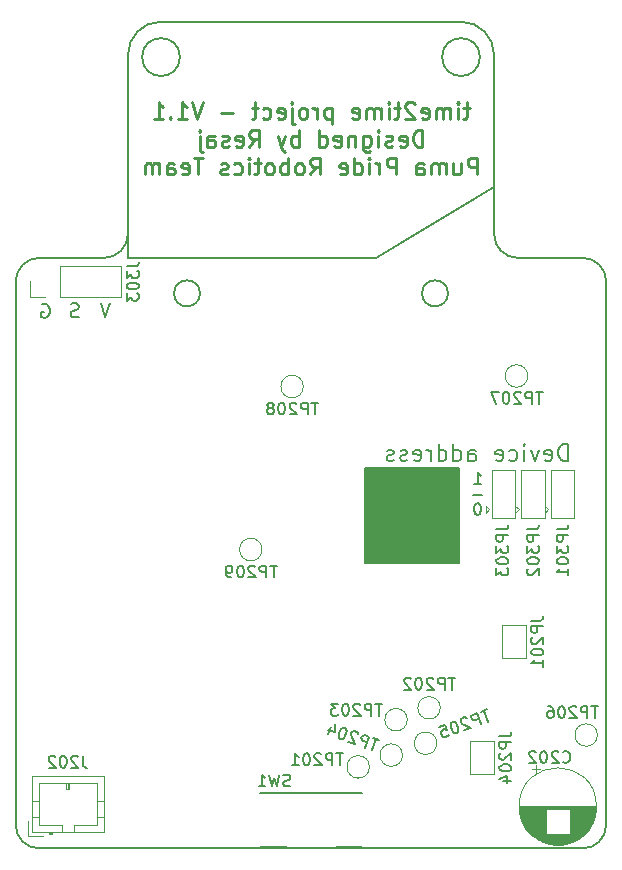
<source format=gbo>
G04 #@! TF.GenerationSoftware,KiCad,Pcbnew,5.1.5+dfsg1-2build2*
G04 #@! TF.CreationDate,2021-02-28T23:15:09+01:00*
G04 #@! TF.ProjectId,time2time,74696d65-3274-4696-9d65-2e6b69636164,V1.0*
G04 #@! TF.SameCoordinates,PX7735940PY3473bc0*
G04 #@! TF.FileFunction,Legend,Bot*
G04 #@! TF.FilePolarity,Positive*
%FSLAX46Y46*%
G04 Gerber Fmt 4.6, Leading zero omitted, Abs format (unit mm)*
G04 Created by KiCad (PCBNEW 5.1.5+dfsg1-2build2) date 2021-02-28 23:15:09*
%MOMM*%
%LPD*%
G04 APERTURE LIST*
%ADD10C,0.150000*%
%ADD11C,0.200000*%
%ADD12C,0.250000*%
%ADD13C,0.120000*%
%ADD14R,1.702000X1.702000*%
%ADD15C,1.702000*%
%ADD16C,1.552000*%
%ADD17O,1.302000X2.002000*%
%ADD18C,0.100000*%
%ADD19O,1.302000X1.852000*%
%ADD20R,1.802000X1.802000*%
%ADD21O,1.802000X1.802000*%
%ADD22R,1.602000X1.102000*%
%ADD23C,1.602000*%
%ADD24R,1.602000X2.602000*%
%ADD25O,1.602000X2.602000*%
%ADD26O,2.302000X3.602000*%
G04 APERTURE END LIST*
D10*
G36*
X37550000Y-45800000D02*
G01*
X29550000Y-45800000D01*
X29550000Y-37800000D01*
X37550000Y-37800000D01*
X37550000Y-45800000D01*
G37*
X37550000Y-45800000D02*
X29550000Y-45800000D01*
X29550000Y-37800000D01*
X37550000Y-37800000D01*
X37550000Y-45800000D01*
D11*
X8000000Y-23842857D02*
X7600000Y-25042857D01*
X7200000Y-23842857D01*
X5342857Y-24985714D02*
X5171428Y-25042857D01*
X4885714Y-25042857D01*
X4771428Y-24985714D01*
X4714285Y-24928571D01*
X4657142Y-24814285D01*
X4657142Y-24700000D01*
X4714285Y-24585714D01*
X4771428Y-24528571D01*
X4885714Y-24471428D01*
X5114285Y-24414285D01*
X5228571Y-24357142D01*
X5285714Y-24300000D01*
X5342857Y-24185714D01*
X5342857Y-24071428D01*
X5285714Y-23957142D01*
X5228571Y-23900000D01*
X5114285Y-23842857D01*
X4828571Y-23842857D01*
X4657142Y-23900000D01*
X2185714Y-23950000D02*
X2300000Y-23892857D01*
X2471428Y-23892857D01*
X2642857Y-23950000D01*
X2757142Y-24064285D01*
X2814285Y-24178571D01*
X2871428Y-24407142D01*
X2871428Y-24578571D01*
X2814285Y-24807142D01*
X2757142Y-24921428D01*
X2642857Y-25035714D01*
X2471428Y-25092857D01*
X2357142Y-25092857D01*
X2185714Y-25035714D01*
X2128571Y-24978571D01*
X2128571Y-24578571D01*
X2357142Y-24578571D01*
D12*
X38433333Y-7300000D02*
X37900000Y-7300000D01*
X38233333Y-6833333D02*
X38233333Y-8033333D01*
X38166666Y-8166666D01*
X38033333Y-8233333D01*
X37900000Y-8233333D01*
X37433333Y-8233333D02*
X37433333Y-7300000D01*
X37433333Y-6833333D02*
X37500000Y-6900000D01*
X37433333Y-6966666D01*
X37366666Y-6900000D01*
X37433333Y-6833333D01*
X37433333Y-6966666D01*
X36766666Y-8233333D02*
X36766666Y-7300000D01*
X36766666Y-7433333D02*
X36700000Y-7366666D01*
X36566666Y-7300000D01*
X36366666Y-7300000D01*
X36233333Y-7366666D01*
X36166666Y-7500000D01*
X36166666Y-8233333D01*
X36166666Y-7500000D02*
X36100000Y-7366666D01*
X35966666Y-7300000D01*
X35766666Y-7300000D01*
X35633333Y-7366666D01*
X35566666Y-7500000D01*
X35566666Y-8233333D01*
X34366666Y-8166666D02*
X34500000Y-8233333D01*
X34766666Y-8233333D01*
X34900000Y-8166666D01*
X34966666Y-8033333D01*
X34966666Y-7500000D01*
X34900000Y-7366666D01*
X34766666Y-7300000D01*
X34500000Y-7300000D01*
X34366666Y-7366666D01*
X34300000Y-7500000D01*
X34300000Y-7633333D01*
X34966666Y-7766666D01*
X33766666Y-6966666D02*
X33700000Y-6900000D01*
X33566666Y-6833333D01*
X33233333Y-6833333D01*
X33100000Y-6900000D01*
X33033333Y-6966666D01*
X32966666Y-7100000D01*
X32966666Y-7233333D01*
X33033333Y-7433333D01*
X33833333Y-8233333D01*
X32966666Y-8233333D01*
X32566666Y-7300000D02*
X32033333Y-7300000D01*
X32366666Y-6833333D02*
X32366666Y-8033333D01*
X32300000Y-8166666D01*
X32166666Y-8233333D01*
X32033333Y-8233333D01*
X31566666Y-8233333D02*
X31566666Y-7300000D01*
X31566666Y-6833333D02*
X31633333Y-6900000D01*
X31566666Y-6966666D01*
X31500000Y-6900000D01*
X31566666Y-6833333D01*
X31566666Y-6966666D01*
X30900000Y-8233333D02*
X30900000Y-7300000D01*
X30900000Y-7433333D02*
X30833333Y-7366666D01*
X30700000Y-7300000D01*
X30500000Y-7300000D01*
X30366666Y-7366666D01*
X30300000Y-7500000D01*
X30300000Y-8233333D01*
X30300000Y-7500000D02*
X30233333Y-7366666D01*
X30100000Y-7300000D01*
X29900000Y-7300000D01*
X29766666Y-7366666D01*
X29700000Y-7500000D01*
X29700000Y-8233333D01*
X28500000Y-8166666D02*
X28633333Y-8233333D01*
X28900000Y-8233333D01*
X29033333Y-8166666D01*
X29100000Y-8033333D01*
X29100000Y-7500000D01*
X29033333Y-7366666D01*
X28900000Y-7300000D01*
X28633333Y-7300000D01*
X28500000Y-7366666D01*
X28433333Y-7500000D01*
X28433333Y-7633333D01*
X29100000Y-7766666D01*
X26766666Y-7300000D02*
X26766666Y-8700000D01*
X26766666Y-7366666D02*
X26633333Y-7300000D01*
X26366666Y-7300000D01*
X26233333Y-7366666D01*
X26166666Y-7433333D01*
X26100000Y-7566666D01*
X26100000Y-7966666D01*
X26166666Y-8100000D01*
X26233333Y-8166666D01*
X26366666Y-8233333D01*
X26633333Y-8233333D01*
X26766666Y-8166666D01*
X25500000Y-8233333D02*
X25500000Y-7300000D01*
X25500000Y-7566666D02*
X25433333Y-7433333D01*
X25366666Y-7366666D01*
X25233333Y-7300000D01*
X25100000Y-7300000D01*
X24433333Y-8233333D02*
X24566666Y-8166666D01*
X24633333Y-8100000D01*
X24700000Y-7966666D01*
X24700000Y-7566666D01*
X24633333Y-7433333D01*
X24566666Y-7366666D01*
X24433333Y-7300000D01*
X24233333Y-7300000D01*
X24100000Y-7366666D01*
X24033333Y-7433333D01*
X23966666Y-7566666D01*
X23966666Y-7966666D01*
X24033333Y-8100000D01*
X24100000Y-8166666D01*
X24233333Y-8233333D01*
X24433333Y-8233333D01*
X23366666Y-7300000D02*
X23366666Y-8500000D01*
X23433333Y-8633333D01*
X23566666Y-8700000D01*
X23633333Y-8700000D01*
X23366666Y-6833333D02*
X23433333Y-6900000D01*
X23366666Y-6966666D01*
X23300000Y-6900000D01*
X23366666Y-6833333D01*
X23366666Y-6966666D01*
X22166666Y-8166666D02*
X22300000Y-8233333D01*
X22566666Y-8233333D01*
X22700000Y-8166666D01*
X22766666Y-8033333D01*
X22766666Y-7500000D01*
X22700000Y-7366666D01*
X22566666Y-7300000D01*
X22300000Y-7300000D01*
X22166666Y-7366666D01*
X22100000Y-7500000D01*
X22100000Y-7633333D01*
X22766666Y-7766666D01*
X20900000Y-8166666D02*
X21033333Y-8233333D01*
X21300000Y-8233333D01*
X21433333Y-8166666D01*
X21500000Y-8100000D01*
X21566666Y-7966666D01*
X21566666Y-7566666D01*
X21500000Y-7433333D01*
X21433333Y-7366666D01*
X21300000Y-7300000D01*
X21033333Y-7300000D01*
X20900000Y-7366666D01*
X20500000Y-7300000D02*
X19966666Y-7300000D01*
X20300000Y-6833333D02*
X20300000Y-8033333D01*
X20233333Y-8166666D01*
X20100000Y-8233333D01*
X19966666Y-8233333D01*
X18433333Y-7700000D02*
X17366666Y-7700000D01*
X15833333Y-6833333D02*
X15366666Y-8233333D01*
X14900000Y-6833333D01*
X13700000Y-8233333D02*
X14500000Y-8233333D01*
X14100000Y-8233333D02*
X14100000Y-6833333D01*
X14233333Y-7033333D01*
X14366666Y-7166666D01*
X14500000Y-7233333D01*
X13100000Y-8100000D02*
X13033333Y-8166666D01*
X13100000Y-8233333D01*
X13166666Y-8166666D01*
X13100000Y-8100000D01*
X13100000Y-8233333D01*
X11700000Y-8233333D02*
X12500000Y-8233333D01*
X12100000Y-8233333D02*
X12100000Y-6833333D01*
X12233333Y-7033333D01*
X12366666Y-7166666D01*
X12500000Y-7233333D01*
X34433333Y-10583333D02*
X34433333Y-9183333D01*
X34100000Y-9183333D01*
X33900000Y-9250000D01*
X33766666Y-9383333D01*
X33700000Y-9516666D01*
X33633333Y-9783333D01*
X33633333Y-9983333D01*
X33700000Y-10250000D01*
X33766666Y-10383333D01*
X33900000Y-10516666D01*
X34100000Y-10583333D01*
X34433333Y-10583333D01*
X32500000Y-10516666D02*
X32633333Y-10583333D01*
X32900000Y-10583333D01*
X33033333Y-10516666D01*
X33100000Y-10383333D01*
X33100000Y-9850000D01*
X33033333Y-9716666D01*
X32900000Y-9650000D01*
X32633333Y-9650000D01*
X32500000Y-9716666D01*
X32433333Y-9850000D01*
X32433333Y-9983333D01*
X33100000Y-10116666D01*
X31900000Y-10516666D02*
X31766666Y-10583333D01*
X31500000Y-10583333D01*
X31366666Y-10516666D01*
X31300000Y-10383333D01*
X31300000Y-10316666D01*
X31366666Y-10183333D01*
X31500000Y-10116666D01*
X31700000Y-10116666D01*
X31833333Y-10050000D01*
X31900000Y-9916666D01*
X31900000Y-9850000D01*
X31833333Y-9716666D01*
X31700000Y-9650000D01*
X31500000Y-9650000D01*
X31366666Y-9716666D01*
X30700000Y-10583333D02*
X30700000Y-9650000D01*
X30700000Y-9183333D02*
X30766666Y-9250000D01*
X30700000Y-9316666D01*
X30633333Y-9250000D01*
X30700000Y-9183333D01*
X30700000Y-9316666D01*
X29433333Y-9650000D02*
X29433333Y-10783333D01*
X29500000Y-10916666D01*
X29566666Y-10983333D01*
X29700000Y-11050000D01*
X29900000Y-11050000D01*
X30033333Y-10983333D01*
X29433333Y-10516666D02*
X29566666Y-10583333D01*
X29833333Y-10583333D01*
X29966666Y-10516666D01*
X30033333Y-10450000D01*
X30100000Y-10316666D01*
X30100000Y-9916666D01*
X30033333Y-9783333D01*
X29966666Y-9716666D01*
X29833333Y-9650000D01*
X29566666Y-9650000D01*
X29433333Y-9716666D01*
X28766666Y-9650000D02*
X28766666Y-10583333D01*
X28766666Y-9783333D02*
X28700000Y-9716666D01*
X28566666Y-9650000D01*
X28366666Y-9650000D01*
X28233333Y-9716666D01*
X28166666Y-9850000D01*
X28166666Y-10583333D01*
X26966666Y-10516666D02*
X27100000Y-10583333D01*
X27366666Y-10583333D01*
X27500000Y-10516666D01*
X27566666Y-10383333D01*
X27566666Y-9850000D01*
X27500000Y-9716666D01*
X27366666Y-9650000D01*
X27100000Y-9650000D01*
X26966666Y-9716666D01*
X26900000Y-9850000D01*
X26900000Y-9983333D01*
X27566666Y-10116666D01*
X25700000Y-10583333D02*
X25700000Y-9183333D01*
X25700000Y-10516666D02*
X25833333Y-10583333D01*
X26100000Y-10583333D01*
X26233333Y-10516666D01*
X26300000Y-10450000D01*
X26366666Y-10316666D01*
X26366666Y-9916666D01*
X26300000Y-9783333D01*
X26233333Y-9716666D01*
X26100000Y-9650000D01*
X25833333Y-9650000D01*
X25700000Y-9716666D01*
X23966666Y-10583333D02*
X23966666Y-9183333D01*
X23966666Y-9716666D02*
X23833333Y-9650000D01*
X23566666Y-9650000D01*
X23433333Y-9716666D01*
X23366666Y-9783333D01*
X23300000Y-9916666D01*
X23300000Y-10316666D01*
X23366666Y-10450000D01*
X23433333Y-10516666D01*
X23566666Y-10583333D01*
X23833333Y-10583333D01*
X23966666Y-10516666D01*
X22833333Y-9650000D02*
X22500000Y-10583333D01*
X22166666Y-9650000D02*
X22500000Y-10583333D01*
X22633333Y-10916666D01*
X22700000Y-10983333D01*
X22833333Y-11050000D01*
X19766666Y-10583333D02*
X20233333Y-9916666D01*
X20566666Y-10583333D02*
X20566666Y-9183333D01*
X20033333Y-9183333D01*
X19900000Y-9250000D01*
X19833333Y-9316666D01*
X19766666Y-9450000D01*
X19766666Y-9650000D01*
X19833333Y-9783333D01*
X19900000Y-9850000D01*
X20033333Y-9916666D01*
X20566666Y-9916666D01*
X18633333Y-10516666D02*
X18766666Y-10583333D01*
X19033333Y-10583333D01*
X19166666Y-10516666D01*
X19233333Y-10383333D01*
X19233333Y-9850000D01*
X19166666Y-9716666D01*
X19033333Y-9650000D01*
X18766666Y-9650000D01*
X18633333Y-9716666D01*
X18566666Y-9850000D01*
X18566666Y-9983333D01*
X19233333Y-10116666D01*
X18033333Y-10516666D02*
X17900000Y-10583333D01*
X17633333Y-10583333D01*
X17500000Y-10516666D01*
X17433333Y-10383333D01*
X17433333Y-10316666D01*
X17500000Y-10183333D01*
X17633333Y-10116666D01*
X17833333Y-10116666D01*
X17966666Y-10050000D01*
X18033333Y-9916666D01*
X18033333Y-9850000D01*
X17966666Y-9716666D01*
X17833333Y-9650000D01*
X17633333Y-9650000D01*
X17500000Y-9716666D01*
X16233333Y-10583333D02*
X16233333Y-9850000D01*
X16300000Y-9716666D01*
X16433333Y-9650000D01*
X16700000Y-9650000D01*
X16833333Y-9716666D01*
X16233333Y-10516666D02*
X16366666Y-10583333D01*
X16700000Y-10583333D01*
X16833333Y-10516666D01*
X16900000Y-10383333D01*
X16900000Y-10250000D01*
X16833333Y-10116666D01*
X16700000Y-10050000D01*
X16366666Y-10050000D01*
X16233333Y-9983333D01*
X15566666Y-9650000D02*
X15566666Y-10850000D01*
X15633333Y-10983333D01*
X15766666Y-11050000D01*
X15833333Y-11050000D01*
X15566666Y-9183333D02*
X15633333Y-9250000D01*
X15566666Y-9316666D01*
X15500000Y-9250000D01*
X15566666Y-9183333D01*
X15566666Y-9316666D01*
X39066666Y-12933333D02*
X39066666Y-11533333D01*
X38533333Y-11533333D01*
X38400000Y-11600000D01*
X38333333Y-11666666D01*
X38266666Y-11800000D01*
X38266666Y-12000000D01*
X38333333Y-12133333D01*
X38400000Y-12200000D01*
X38533333Y-12266666D01*
X39066666Y-12266666D01*
X37066666Y-12000000D02*
X37066666Y-12933333D01*
X37666666Y-12000000D02*
X37666666Y-12733333D01*
X37600000Y-12866666D01*
X37466666Y-12933333D01*
X37266666Y-12933333D01*
X37133333Y-12866666D01*
X37066666Y-12800000D01*
X36400000Y-12933333D02*
X36400000Y-12000000D01*
X36400000Y-12133333D02*
X36333333Y-12066666D01*
X36200000Y-12000000D01*
X36000000Y-12000000D01*
X35866666Y-12066666D01*
X35800000Y-12200000D01*
X35800000Y-12933333D01*
X35800000Y-12200000D02*
X35733333Y-12066666D01*
X35600000Y-12000000D01*
X35400000Y-12000000D01*
X35266666Y-12066666D01*
X35200000Y-12200000D01*
X35200000Y-12933333D01*
X33933333Y-12933333D02*
X33933333Y-12200000D01*
X34000000Y-12066666D01*
X34133333Y-12000000D01*
X34400000Y-12000000D01*
X34533333Y-12066666D01*
X33933333Y-12866666D02*
X34066666Y-12933333D01*
X34400000Y-12933333D01*
X34533333Y-12866666D01*
X34600000Y-12733333D01*
X34600000Y-12600000D01*
X34533333Y-12466666D01*
X34400000Y-12400000D01*
X34066666Y-12400000D01*
X33933333Y-12333333D01*
X32200000Y-12933333D02*
X32200000Y-11533333D01*
X31666666Y-11533333D01*
X31533333Y-11600000D01*
X31466666Y-11666666D01*
X31400000Y-11800000D01*
X31400000Y-12000000D01*
X31466666Y-12133333D01*
X31533333Y-12200000D01*
X31666666Y-12266666D01*
X32200000Y-12266666D01*
X30800000Y-12933333D02*
X30800000Y-12000000D01*
X30800000Y-12266666D02*
X30733333Y-12133333D01*
X30666666Y-12066666D01*
X30533333Y-12000000D01*
X30400000Y-12000000D01*
X29933333Y-12933333D02*
X29933333Y-12000000D01*
X29933333Y-11533333D02*
X30000000Y-11600000D01*
X29933333Y-11666666D01*
X29866666Y-11600000D01*
X29933333Y-11533333D01*
X29933333Y-11666666D01*
X28666666Y-12933333D02*
X28666666Y-11533333D01*
X28666666Y-12866666D02*
X28800000Y-12933333D01*
X29066666Y-12933333D01*
X29200000Y-12866666D01*
X29266666Y-12800000D01*
X29333333Y-12666666D01*
X29333333Y-12266666D01*
X29266666Y-12133333D01*
X29200000Y-12066666D01*
X29066666Y-12000000D01*
X28800000Y-12000000D01*
X28666666Y-12066666D01*
X27466666Y-12866666D02*
X27600000Y-12933333D01*
X27866666Y-12933333D01*
X28000000Y-12866666D01*
X28066666Y-12733333D01*
X28066666Y-12200000D01*
X28000000Y-12066666D01*
X27866666Y-12000000D01*
X27600000Y-12000000D01*
X27466666Y-12066666D01*
X27400000Y-12200000D01*
X27400000Y-12333333D01*
X28066666Y-12466666D01*
X24933333Y-12933333D02*
X25400000Y-12266666D01*
X25733333Y-12933333D02*
X25733333Y-11533333D01*
X25200000Y-11533333D01*
X25066666Y-11600000D01*
X25000000Y-11666666D01*
X24933333Y-11800000D01*
X24933333Y-12000000D01*
X25000000Y-12133333D01*
X25066666Y-12200000D01*
X25200000Y-12266666D01*
X25733333Y-12266666D01*
X24133333Y-12933333D02*
X24266666Y-12866666D01*
X24333333Y-12800000D01*
X24400000Y-12666666D01*
X24400000Y-12266666D01*
X24333333Y-12133333D01*
X24266666Y-12066666D01*
X24133333Y-12000000D01*
X23933333Y-12000000D01*
X23800000Y-12066666D01*
X23733333Y-12133333D01*
X23666666Y-12266666D01*
X23666666Y-12666666D01*
X23733333Y-12800000D01*
X23800000Y-12866666D01*
X23933333Y-12933333D01*
X24133333Y-12933333D01*
X23066666Y-12933333D02*
X23066666Y-11533333D01*
X23066666Y-12066666D02*
X22933333Y-12000000D01*
X22666666Y-12000000D01*
X22533333Y-12066666D01*
X22466666Y-12133333D01*
X22400000Y-12266666D01*
X22400000Y-12666666D01*
X22466666Y-12800000D01*
X22533333Y-12866666D01*
X22666666Y-12933333D01*
X22933333Y-12933333D01*
X23066666Y-12866666D01*
X21600000Y-12933333D02*
X21733333Y-12866666D01*
X21800000Y-12800000D01*
X21866666Y-12666666D01*
X21866666Y-12266666D01*
X21800000Y-12133333D01*
X21733333Y-12066666D01*
X21600000Y-12000000D01*
X21400000Y-12000000D01*
X21266666Y-12066666D01*
X21200000Y-12133333D01*
X21133333Y-12266666D01*
X21133333Y-12666666D01*
X21200000Y-12800000D01*
X21266666Y-12866666D01*
X21400000Y-12933333D01*
X21600000Y-12933333D01*
X20733333Y-12000000D02*
X20200000Y-12000000D01*
X20533333Y-11533333D02*
X20533333Y-12733333D01*
X20466666Y-12866666D01*
X20333333Y-12933333D01*
X20200000Y-12933333D01*
X19733333Y-12933333D02*
X19733333Y-12000000D01*
X19733333Y-11533333D02*
X19800000Y-11600000D01*
X19733333Y-11666666D01*
X19666666Y-11600000D01*
X19733333Y-11533333D01*
X19733333Y-11666666D01*
X18466666Y-12866666D02*
X18600000Y-12933333D01*
X18866666Y-12933333D01*
X19000000Y-12866666D01*
X19066666Y-12800000D01*
X19133333Y-12666666D01*
X19133333Y-12266666D01*
X19066666Y-12133333D01*
X19000000Y-12066666D01*
X18866666Y-12000000D01*
X18600000Y-12000000D01*
X18466666Y-12066666D01*
X17933333Y-12866666D02*
X17800000Y-12933333D01*
X17533333Y-12933333D01*
X17400000Y-12866666D01*
X17333333Y-12733333D01*
X17333333Y-12666666D01*
X17400000Y-12533333D01*
X17533333Y-12466666D01*
X17733333Y-12466666D01*
X17866666Y-12400000D01*
X17933333Y-12266666D01*
X17933333Y-12200000D01*
X17866666Y-12066666D01*
X17733333Y-12000000D01*
X17533333Y-12000000D01*
X17400000Y-12066666D01*
X15866666Y-11533333D02*
X15066666Y-11533333D01*
X15466666Y-12933333D02*
X15466666Y-11533333D01*
X14066666Y-12866666D02*
X14200000Y-12933333D01*
X14466666Y-12933333D01*
X14600000Y-12866666D01*
X14666666Y-12733333D01*
X14666666Y-12200000D01*
X14600000Y-12066666D01*
X14466666Y-12000000D01*
X14200000Y-12000000D01*
X14066666Y-12066666D01*
X14000000Y-12200000D01*
X14000000Y-12333333D01*
X14666666Y-12466666D01*
X12800000Y-12933333D02*
X12800000Y-12200000D01*
X12866666Y-12066666D01*
X13000000Y-12000000D01*
X13266666Y-12000000D01*
X13400000Y-12066666D01*
X12800000Y-12866666D02*
X12933333Y-12933333D01*
X13266666Y-12933333D01*
X13400000Y-12866666D01*
X13466666Y-12733333D01*
X13466666Y-12600000D01*
X13400000Y-12466666D01*
X13266666Y-12400000D01*
X12933333Y-12400000D01*
X12800000Y-12333333D01*
X12133333Y-12933333D02*
X12133333Y-12000000D01*
X12133333Y-12133333D02*
X12066666Y-12066666D01*
X11933333Y-12000000D01*
X11733333Y-12000000D01*
X11600000Y-12066666D01*
X11533333Y-12200000D01*
X11533333Y-12933333D01*
X11533333Y-12200000D02*
X11466666Y-12066666D01*
X11333333Y-12000000D01*
X11133333Y-12000000D01*
X11000000Y-12066666D01*
X10933333Y-12200000D01*
X10933333Y-12933333D01*
D11*
X39147619Y-40752380D02*
X39052380Y-40752380D01*
X38957142Y-40800000D01*
X38909523Y-40847619D01*
X38861904Y-40942857D01*
X38814285Y-41133333D01*
X38814285Y-41371428D01*
X38861904Y-41561904D01*
X38909523Y-41657142D01*
X38957142Y-41704761D01*
X39052380Y-41752380D01*
X39147619Y-41752380D01*
X39242857Y-41704761D01*
X39290476Y-41657142D01*
X39338095Y-41561904D01*
X39385714Y-41371428D01*
X39385714Y-41133333D01*
X39338095Y-40942857D01*
X39290476Y-40847619D01*
X39242857Y-40800000D01*
X39147619Y-40752380D01*
X39480952Y-40071428D02*
X38719047Y-40071428D01*
X38814285Y-39152380D02*
X39385714Y-39152380D01*
X39100000Y-39152380D02*
X39100000Y-38152380D01*
X39195238Y-38295238D01*
X39290476Y-38390476D01*
X39385714Y-38438095D01*
X46733333Y-37183333D02*
X46733333Y-35783333D01*
X46400000Y-35783333D01*
X46200000Y-35850000D01*
X46066666Y-35983333D01*
X46000000Y-36116666D01*
X45933333Y-36383333D01*
X45933333Y-36583333D01*
X46000000Y-36850000D01*
X46066666Y-36983333D01*
X46200000Y-37116666D01*
X46400000Y-37183333D01*
X46733333Y-37183333D01*
X44800000Y-37116666D02*
X44933333Y-37183333D01*
X45200000Y-37183333D01*
X45333333Y-37116666D01*
X45400000Y-36983333D01*
X45400000Y-36450000D01*
X45333333Y-36316666D01*
X45200000Y-36250000D01*
X44933333Y-36250000D01*
X44800000Y-36316666D01*
X44733333Y-36450000D01*
X44733333Y-36583333D01*
X45400000Y-36716666D01*
X44266666Y-36250000D02*
X43933333Y-37183333D01*
X43600000Y-36250000D01*
X43066666Y-37183333D02*
X43066666Y-36250000D01*
X43066666Y-35783333D02*
X43133333Y-35850000D01*
X43066666Y-35916666D01*
X43000000Y-35850000D01*
X43066666Y-35783333D01*
X43066666Y-35916666D01*
X41800000Y-37116666D02*
X41933333Y-37183333D01*
X42200000Y-37183333D01*
X42333333Y-37116666D01*
X42400000Y-37050000D01*
X42466666Y-36916666D01*
X42466666Y-36516666D01*
X42400000Y-36383333D01*
X42333333Y-36316666D01*
X42200000Y-36250000D01*
X41933333Y-36250000D01*
X41800000Y-36316666D01*
X40666666Y-37116666D02*
X40800000Y-37183333D01*
X41066666Y-37183333D01*
X41200000Y-37116666D01*
X41266666Y-36983333D01*
X41266666Y-36450000D01*
X41200000Y-36316666D01*
X41066666Y-36250000D01*
X40800000Y-36250000D01*
X40666666Y-36316666D01*
X40600000Y-36450000D01*
X40600000Y-36583333D01*
X41266666Y-36716666D01*
X38333333Y-37183333D02*
X38333333Y-36450000D01*
X38400000Y-36316666D01*
X38533333Y-36250000D01*
X38800000Y-36250000D01*
X38933333Y-36316666D01*
X38333333Y-37116666D02*
X38466666Y-37183333D01*
X38800000Y-37183333D01*
X38933333Y-37116666D01*
X39000000Y-36983333D01*
X39000000Y-36850000D01*
X38933333Y-36716666D01*
X38800000Y-36650000D01*
X38466666Y-36650000D01*
X38333333Y-36583333D01*
X37066666Y-37183333D02*
X37066666Y-35783333D01*
X37066666Y-37116666D02*
X37200000Y-37183333D01*
X37466666Y-37183333D01*
X37600000Y-37116666D01*
X37666666Y-37050000D01*
X37733333Y-36916666D01*
X37733333Y-36516666D01*
X37666666Y-36383333D01*
X37600000Y-36316666D01*
X37466666Y-36250000D01*
X37200000Y-36250000D01*
X37066666Y-36316666D01*
X35800000Y-37183333D02*
X35800000Y-35783333D01*
X35800000Y-37116666D02*
X35933333Y-37183333D01*
X36200000Y-37183333D01*
X36333333Y-37116666D01*
X36400000Y-37050000D01*
X36466666Y-36916666D01*
X36466666Y-36516666D01*
X36400000Y-36383333D01*
X36333333Y-36316666D01*
X36200000Y-36250000D01*
X35933333Y-36250000D01*
X35800000Y-36316666D01*
X35133333Y-37183333D02*
X35133333Y-36250000D01*
X35133333Y-36516666D02*
X35066666Y-36383333D01*
X35000000Y-36316666D01*
X34866666Y-36250000D01*
X34733333Y-36250000D01*
X33733333Y-37116666D02*
X33866666Y-37183333D01*
X34133333Y-37183333D01*
X34266666Y-37116666D01*
X34333333Y-36983333D01*
X34333333Y-36450000D01*
X34266666Y-36316666D01*
X34133333Y-36250000D01*
X33866666Y-36250000D01*
X33733333Y-36316666D01*
X33666666Y-36450000D01*
X33666666Y-36583333D01*
X34333333Y-36716666D01*
X33133333Y-37116666D02*
X33000000Y-37183333D01*
X32733333Y-37183333D01*
X32600000Y-37116666D01*
X32533333Y-36983333D01*
X32533333Y-36916666D01*
X32600000Y-36783333D01*
X32733333Y-36716666D01*
X32933333Y-36716666D01*
X33066666Y-36650000D01*
X33133333Y-36516666D01*
X33133333Y-36450000D01*
X33066666Y-36316666D01*
X32933333Y-36250000D01*
X32733333Y-36250000D01*
X32600000Y-36316666D01*
X32000000Y-37116666D02*
X31866666Y-37183333D01*
X31600000Y-37183333D01*
X31466666Y-37116666D01*
X31400000Y-36983333D01*
X31400000Y-36916666D01*
X31466666Y-36783333D01*
X31600000Y-36716666D01*
X31800000Y-36716666D01*
X31933333Y-36650000D01*
X32000000Y-36516666D01*
X32000000Y-36450000D01*
X31933333Y-36316666D01*
X31800000Y-36250000D01*
X31600000Y-36250000D01*
X31466666Y-36316666D01*
D10*
X50000000Y-68000000D02*
G75*
G02X48000000Y-70000000I-2000000J0D01*
G01*
X2000000Y-70000000D02*
G75*
G02X0Y-68000000I0J2000000D01*
G01*
X9500000Y-20000000D02*
X9500000Y-18000000D01*
X0Y-22000000D02*
G75*
G02X2000000Y-20000000I2000000J0D01*
G01*
X9500000Y-18000000D02*
G75*
G02X7500000Y-20000000I-2000000J0D01*
G01*
X42500000Y-20000000D02*
G75*
G02X40500000Y-18000000I0J2000000D01*
G01*
X48000000Y-20000000D02*
G75*
G02X50000000Y-22000000I0J-2000000D01*
G01*
X37700000Y0D02*
G75*
G02X40500000Y-2800000I0J-2800000D01*
G01*
X9500000Y-2800000D02*
G75*
G02X12300000Y0I2800000J0D01*
G01*
X42500000Y-20000000D02*
X48000000Y-20000000D01*
X9500000Y-2800000D02*
X9500000Y-18000000D01*
X37700000Y0D02*
X12300000Y0D01*
X40500000Y-18000000D02*
X40500000Y-2800000D01*
X40500000Y-14000000D02*
X30500000Y-20000000D01*
X30500000Y-20000000D02*
X9500000Y-20000000D01*
X36600000Y-23000000D02*
G75*
G03X36600000Y-23000000I-1100000J0D01*
G01*
X15600000Y-23000000D02*
G75*
G03X15600000Y-23000000I-1100000J0D01*
G01*
X39300000Y-3000000D02*
G75*
G03X39300000Y-3000000I-1600000J0D01*
G01*
X13900000Y-3000000D02*
G75*
G03X13900000Y-3000000I-1600000J0D01*
G01*
X0Y-22000000D02*
X0Y-68000000D01*
X7500000Y-20000000D02*
X2000000Y-20000000D01*
X50000000Y-68000000D02*
X50000000Y-22000000D01*
X2000000Y-70000000D02*
X48000000Y-70000000D01*
D13*
X49170000Y-66450000D02*
G75*
G03X49170000Y-66450000I-3270000J0D01*
G01*
X42670000Y-66450000D02*
X49130000Y-66450000D01*
X42670000Y-66490000D02*
X49130000Y-66490000D01*
X42670000Y-66530000D02*
X49130000Y-66530000D01*
X42672000Y-66570000D02*
X49128000Y-66570000D01*
X42673000Y-66610000D02*
X49127000Y-66610000D01*
X42676000Y-66650000D02*
X49124000Y-66650000D01*
X42678000Y-66690000D02*
X44860000Y-66690000D01*
X46940000Y-66690000D02*
X49122000Y-66690000D01*
X42682000Y-66730000D02*
X44860000Y-66730000D01*
X46940000Y-66730000D02*
X49118000Y-66730000D01*
X42685000Y-66770000D02*
X44860000Y-66770000D01*
X46940000Y-66770000D02*
X49115000Y-66770000D01*
X42689000Y-66810000D02*
X44860000Y-66810000D01*
X46940000Y-66810000D02*
X49111000Y-66810000D01*
X42694000Y-66850000D02*
X44860000Y-66850000D01*
X46940000Y-66850000D02*
X49106000Y-66850000D01*
X42699000Y-66890000D02*
X44860000Y-66890000D01*
X46940000Y-66890000D02*
X49101000Y-66890000D01*
X42705000Y-66930000D02*
X44860000Y-66930000D01*
X46940000Y-66930000D02*
X49095000Y-66930000D01*
X42711000Y-66970000D02*
X44860000Y-66970000D01*
X46940000Y-66970000D02*
X49089000Y-66970000D01*
X42718000Y-67010000D02*
X44860000Y-67010000D01*
X46940000Y-67010000D02*
X49082000Y-67010000D01*
X42725000Y-67050000D02*
X44860000Y-67050000D01*
X46940000Y-67050000D02*
X49075000Y-67050000D01*
X42733000Y-67090000D02*
X44860000Y-67090000D01*
X46940000Y-67090000D02*
X49067000Y-67090000D01*
X42741000Y-67130000D02*
X44860000Y-67130000D01*
X46940000Y-67130000D02*
X49059000Y-67130000D01*
X42750000Y-67171000D02*
X44860000Y-67171000D01*
X46940000Y-67171000D02*
X49050000Y-67171000D01*
X42759000Y-67211000D02*
X44860000Y-67211000D01*
X46940000Y-67211000D02*
X49041000Y-67211000D01*
X42769000Y-67251000D02*
X44860000Y-67251000D01*
X46940000Y-67251000D02*
X49031000Y-67251000D01*
X42779000Y-67291000D02*
X44860000Y-67291000D01*
X46940000Y-67291000D02*
X49021000Y-67291000D01*
X42790000Y-67331000D02*
X44860000Y-67331000D01*
X46940000Y-67331000D02*
X49010000Y-67331000D01*
X42802000Y-67371000D02*
X44860000Y-67371000D01*
X46940000Y-67371000D02*
X48998000Y-67371000D01*
X42814000Y-67411000D02*
X44860000Y-67411000D01*
X46940000Y-67411000D02*
X48986000Y-67411000D01*
X42826000Y-67451000D02*
X44860000Y-67451000D01*
X46940000Y-67451000D02*
X48974000Y-67451000D01*
X42839000Y-67491000D02*
X44860000Y-67491000D01*
X46940000Y-67491000D02*
X48961000Y-67491000D01*
X42853000Y-67531000D02*
X44860000Y-67531000D01*
X46940000Y-67531000D02*
X48947000Y-67531000D01*
X42867000Y-67571000D02*
X44860000Y-67571000D01*
X46940000Y-67571000D02*
X48933000Y-67571000D01*
X42882000Y-67611000D02*
X44860000Y-67611000D01*
X46940000Y-67611000D02*
X48918000Y-67611000D01*
X42898000Y-67651000D02*
X44860000Y-67651000D01*
X46940000Y-67651000D02*
X48902000Y-67651000D01*
X42914000Y-67691000D02*
X44860000Y-67691000D01*
X46940000Y-67691000D02*
X48886000Y-67691000D01*
X42930000Y-67731000D02*
X44860000Y-67731000D01*
X46940000Y-67731000D02*
X48870000Y-67731000D01*
X42948000Y-67771000D02*
X44860000Y-67771000D01*
X46940000Y-67771000D02*
X48852000Y-67771000D01*
X42966000Y-67811000D02*
X44860000Y-67811000D01*
X46940000Y-67811000D02*
X48834000Y-67811000D01*
X42984000Y-67851000D02*
X44860000Y-67851000D01*
X46940000Y-67851000D02*
X48816000Y-67851000D01*
X43004000Y-67891000D02*
X44860000Y-67891000D01*
X46940000Y-67891000D02*
X48796000Y-67891000D01*
X43024000Y-67931000D02*
X44860000Y-67931000D01*
X46940000Y-67931000D02*
X48776000Y-67931000D01*
X43044000Y-67971000D02*
X44860000Y-67971000D01*
X46940000Y-67971000D02*
X48756000Y-67971000D01*
X43066000Y-68011000D02*
X44860000Y-68011000D01*
X46940000Y-68011000D02*
X48734000Y-68011000D01*
X43088000Y-68051000D02*
X44860000Y-68051000D01*
X46940000Y-68051000D02*
X48712000Y-68051000D01*
X43110000Y-68091000D02*
X44860000Y-68091000D01*
X46940000Y-68091000D02*
X48690000Y-68091000D01*
X43134000Y-68131000D02*
X44860000Y-68131000D01*
X46940000Y-68131000D02*
X48666000Y-68131000D01*
X43158000Y-68171000D02*
X44860000Y-68171000D01*
X46940000Y-68171000D02*
X48642000Y-68171000D01*
X43184000Y-68211000D02*
X44860000Y-68211000D01*
X46940000Y-68211000D02*
X48616000Y-68211000D01*
X43210000Y-68251000D02*
X44860000Y-68251000D01*
X46940000Y-68251000D02*
X48590000Y-68251000D01*
X43236000Y-68291000D02*
X44860000Y-68291000D01*
X46940000Y-68291000D02*
X48564000Y-68291000D01*
X43264000Y-68331000D02*
X44860000Y-68331000D01*
X46940000Y-68331000D02*
X48536000Y-68331000D01*
X43293000Y-68371000D02*
X44860000Y-68371000D01*
X46940000Y-68371000D02*
X48507000Y-68371000D01*
X43322000Y-68411000D02*
X44860000Y-68411000D01*
X46940000Y-68411000D02*
X48478000Y-68411000D01*
X43352000Y-68451000D02*
X44860000Y-68451000D01*
X46940000Y-68451000D02*
X48448000Y-68451000D01*
X43384000Y-68491000D02*
X44860000Y-68491000D01*
X46940000Y-68491000D02*
X48416000Y-68491000D01*
X43416000Y-68531000D02*
X44860000Y-68531000D01*
X46940000Y-68531000D02*
X48384000Y-68531000D01*
X43450000Y-68571000D02*
X44860000Y-68571000D01*
X46940000Y-68571000D02*
X48350000Y-68571000D01*
X43484000Y-68611000D02*
X44860000Y-68611000D01*
X46940000Y-68611000D02*
X48316000Y-68611000D01*
X43520000Y-68651000D02*
X44860000Y-68651000D01*
X46940000Y-68651000D02*
X48280000Y-68651000D01*
X43557000Y-68691000D02*
X44860000Y-68691000D01*
X46940000Y-68691000D02*
X48243000Y-68691000D01*
X43595000Y-68731000D02*
X44860000Y-68731000D01*
X46940000Y-68731000D02*
X48205000Y-68731000D01*
X43635000Y-68771000D02*
X48165000Y-68771000D01*
X43676000Y-68811000D02*
X48124000Y-68811000D01*
X43718000Y-68851000D02*
X48082000Y-68851000D01*
X43763000Y-68891000D02*
X48037000Y-68891000D01*
X43808000Y-68931000D02*
X47992000Y-68931000D01*
X43856000Y-68971000D02*
X47944000Y-68971000D01*
X43905000Y-69011000D02*
X47895000Y-69011000D01*
X43956000Y-69051000D02*
X47844000Y-69051000D01*
X44010000Y-69091000D02*
X47790000Y-69091000D01*
X44066000Y-69131000D02*
X47734000Y-69131000D01*
X44124000Y-69171000D02*
X47676000Y-69171000D01*
X44186000Y-69211000D02*
X47614000Y-69211000D01*
X44250000Y-69251000D02*
X47550000Y-69251000D01*
X44319000Y-69291000D02*
X47481000Y-69291000D01*
X44391000Y-69331000D02*
X47409000Y-69331000D01*
X44468000Y-69371000D02*
X47332000Y-69371000D01*
X44550000Y-69411000D02*
X47250000Y-69411000D01*
X44638000Y-69451000D02*
X47162000Y-69451000D01*
X44735000Y-69491000D02*
X47065000Y-69491000D01*
X44841000Y-69531000D02*
X46959000Y-69531000D01*
X44960000Y-69571000D02*
X46840000Y-69571000D01*
X45098000Y-69611000D02*
X46702000Y-69611000D01*
X45267000Y-69651000D02*
X46533000Y-69651000D01*
X45498000Y-69691000D02*
X46302000Y-69691000D01*
X44061000Y-62949759D02*
X44061000Y-63579759D01*
X43746000Y-63264759D02*
X44376000Y-63264759D01*
X1340000Y-68610000D02*
X1340000Y-63890000D01*
X1340000Y-63890000D02*
X7460000Y-63890000D01*
X7460000Y-63890000D02*
X7460000Y-68610000D01*
X7460000Y-68610000D02*
X1340000Y-68610000D01*
X3100000Y-68610000D02*
X3100000Y-68810000D01*
X3100000Y-68810000D02*
X2800000Y-68810000D01*
X2800000Y-68810000D02*
X2800000Y-68610000D01*
X3100000Y-68710000D02*
X2800000Y-68710000D01*
X3900000Y-68610000D02*
X3900000Y-68000000D01*
X3900000Y-68000000D02*
X1950000Y-68000000D01*
X1950000Y-68000000D02*
X1950000Y-64500000D01*
X1950000Y-64500000D02*
X6850000Y-64500000D01*
X6850000Y-64500000D02*
X6850000Y-68000000D01*
X6850000Y-68000000D02*
X4900000Y-68000000D01*
X4900000Y-68000000D02*
X4900000Y-68610000D01*
X1340000Y-67300000D02*
X1950000Y-67300000D01*
X1340000Y-66000000D02*
X1950000Y-66000000D01*
X7460000Y-67300000D02*
X6850000Y-67300000D01*
X7460000Y-66000000D02*
X6850000Y-66000000D01*
X4300000Y-64500000D02*
X4300000Y-65000000D01*
X4300000Y-65000000D02*
X4500000Y-65000000D01*
X4500000Y-65000000D02*
X4500000Y-64500000D01*
X4400000Y-64500000D02*
X4400000Y-65000000D01*
X2290000Y-68910000D02*
X1040000Y-68910000D01*
X1040000Y-68910000D02*
X1040000Y-67660000D01*
X3770000Y-20670000D02*
X3770000Y-23330000D01*
X3770000Y-20670000D02*
X8910000Y-20670000D01*
X8910000Y-20670000D02*
X8910000Y-23330000D01*
X3770000Y-23330000D02*
X8910000Y-23330000D01*
X1170000Y-23330000D02*
X2500000Y-23330000D01*
X1170000Y-22000000D02*
X1170000Y-23330000D01*
X41200000Y-53900000D02*
X43200000Y-53900000D01*
X41200000Y-51100000D02*
X41200000Y-53900000D01*
X43200000Y-51100000D02*
X41200000Y-51100000D01*
X43200000Y-53900000D02*
X43200000Y-51100000D01*
X47300000Y-42050000D02*
X47300000Y-37950000D01*
X47300000Y-37950000D02*
X45300000Y-37950000D01*
X45300000Y-37950000D02*
X45300000Y-42050000D01*
X45300000Y-42050000D02*
X47300000Y-42050000D01*
X45100000Y-41300000D02*
X44800000Y-41600000D01*
X44800000Y-41600000D02*
X44800000Y-41000000D01*
X45100000Y-41300000D02*
X44800000Y-41000000D01*
X42600000Y-41300000D02*
X42300000Y-41000000D01*
X42300000Y-41600000D02*
X42300000Y-41000000D01*
X42600000Y-41300000D02*
X42300000Y-41600000D01*
X42800000Y-42050000D02*
X44800000Y-42050000D01*
X42800000Y-37950000D02*
X42800000Y-42050000D01*
X44800000Y-37950000D02*
X42800000Y-37950000D01*
X44800000Y-42050000D02*
X44800000Y-37950000D01*
X40100000Y-41300000D02*
X39800000Y-41000000D01*
X39800000Y-41600000D02*
X39800000Y-41000000D01*
X40100000Y-41300000D02*
X39800000Y-41600000D01*
X40300000Y-42050000D02*
X42300000Y-42050000D01*
X40300000Y-37950000D02*
X40300000Y-42050000D01*
X42300000Y-37950000D02*
X40300000Y-37950000D01*
X42300000Y-42050000D02*
X42300000Y-37950000D01*
X29950000Y-63100000D02*
G75*
G03X29950000Y-63100000I-950000J0D01*
G01*
X35950000Y-58100000D02*
G75*
G03X35950000Y-58100000I-950000J0D01*
G01*
X33150000Y-59100000D02*
G75*
G03X33150000Y-59100000I-950000J0D01*
G01*
X32750000Y-62100000D02*
G75*
G03X32750000Y-62100000I-950000J0D01*
G01*
X35650000Y-61100000D02*
G75*
G03X35650000Y-61100000I-950000J0D01*
G01*
X49250000Y-60400000D02*
G75*
G03X49250000Y-60400000I-950000J0D01*
G01*
X43350000Y-30000000D02*
G75*
G03X43350000Y-30000000I-950000J0D01*
G01*
X24350000Y-30900000D02*
G75*
G03X24350000Y-30900000I-950000J0D01*
G01*
X20850000Y-44700000D02*
G75*
G03X20850000Y-44700000I-950000J0D01*
G01*
D10*
X29300000Y-65300000D02*
X20700000Y-65300000D01*
X29300000Y-69900000D02*
X27100000Y-69900000D01*
X23000000Y-69900000D02*
X20700000Y-69900000D01*
D13*
X38500000Y-63700000D02*
X40500000Y-63700000D01*
X38500000Y-60900000D02*
X38500000Y-63700000D01*
X40500000Y-60900000D02*
X38500000Y-60900000D01*
X40500000Y-63700000D02*
X40500000Y-60900000D01*
D10*
X46319047Y-62657142D02*
X46366666Y-62704761D01*
X46509523Y-62752380D01*
X46604761Y-62752380D01*
X46747619Y-62704761D01*
X46842857Y-62609523D01*
X46890476Y-62514285D01*
X46938095Y-62323809D01*
X46938095Y-62180952D01*
X46890476Y-61990476D01*
X46842857Y-61895238D01*
X46747619Y-61800000D01*
X46604761Y-61752380D01*
X46509523Y-61752380D01*
X46366666Y-61800000D01*
X46319047Y-61847619D01*
X45938095Y-61847619D02*
X45890476Y-61800000D01*
X45795238Y-61752380D01*
X45557142Y-61752380D01*
X45461904Y-61800000D01*
X45414285Y-61847619D01*
X45366666Y-61942857D01*
X45366666Y-62038095D01*
X45414285Y-62180952D01*
X45985714Y-62752380D01*
X45366666Y-62752380D01*
X44747619Y-61752380D02*
X44652380Y-61752380D01*
X44557142Y-61800000D01*
X44509523Y-61847619D01*
X44461904Y-61942857D01*
X44414285Y-62133333D01*
X44414285Y-62371428D01*
X44461904Y-62561904D01*
X44509523Y-62657142D01*
X44557142Y-62704761D01*
X44652380Y-62752380D01*
X44747619Y-62752380D01*
X44842857Y-62704761D01*
X44890476Y-62657142D01*
X44938095Y-62561904D01*
X44985714Y-62371428D01*
X44985714Y-62133333D01*
X44938095Y-61942857D01*
X44890476Y-61847619D01*
X44842857Y-61800000D01*
X44747619Y-61752380D01*
X44033333Y-61847619D02*
X43985714Y-61800000D01*
X43890476Y-61752380D01*
X43652380Y-61752380D01*
X43557142Y-61800000D01*
X43509523Y-61847619D01*
X43461904Y-61942857D01*
X43461904Y-62038095D01*
X43509523Y-62180952D01*
X44080952Y-62752380D01*
X43461904Y-62752380D01*
X5685714Y-62152380D02*
X5685714Y-62866666D01*
X5733333Y-63009523D01*
X5828571Y-63104761D01*
X5971428Y-63152380D01*
X6066666Y-63152380D01*
X5257142Y-62247619D02*
X5209523Y-62200000D01*
X5114285Y-62152380D01*
X4876190Y-62152380D01*
X4780952Y-62200000D01*
X4733333Y-62247619D01*
X4685714Y-62342857D01*
X4685714Y-62438095D01*
X4733333Y-62580952D01*
X5304761Y-63152380D01*
X4685714Y-63152380D01*
X4066666Y-62152380D02*
X3971428Y-62152380D01*
X3876190Y-62200000D01*
X3828571Y-62247619D01*
X3780952Y-62342857D01*
X3733333Y-62533333D01*
X3733333Y-62771428D01*
X3780952Y-62961904D01*
X3828571Y-63057142D01*
X3876190Y-63104761D01*
X3971428Y-63152380D01*
X4066666Y-63152380D01*
X4161904Y-63104761D01*
X4209523Y-63057142D01*
X4257142Y-62961904D01*
X4304761Y-62771428D01*
X4304761Y-62533333D01*
X4257142Y-62342857D01*
X4209523Y-62247619D01*
X4161904Y-62200000D01*
X4066666Y-62152380D01*
X3352380Y-62247619D02*
X3304761Y-62200000D01*
X3209523Y-62152380D01*
X2971428Y-62152380D01*
X2876190Y-62200000D01*
X2828571Y-62247619D01*
X2780952Y-62342857D01*
X2780952Y-62438095D01*
X2828571Y-62580952D01*
X3400000Y-63152380D01*
X2780952Y-63152380D01*
X9402380Y-20714285D02*
X10116666Y-20714285D01*
X10259523Y-20666666D01*
X10354761Y-20571428D01*
X10402380Y-20428571D01*
X10402380Y-20333333D01*
X9402380Y-21095238D02*
X9402380Y-21714285D01*
X9783333Y-21380952D01*
X9783333Y-21523809D01*
X9830952Y-21619047D01*
X9878571Y-21666666D01*
X9973809Y-21714285D01*
X10211904Y-21714285D01*
X10307142Y-21666666D01*
X10354761Y-21619047D01*
X10402380Y-21523809D01*
X10402380Y-21238095D01*
X10354761Y-21142857D01*
X10307142Y-21095238D01*
X9402380Y-22333333D02*
X9402380Y-22428571D01*
X9450000Y-22523809D01*
X9497619Y-22571428D01*
X9592857Y-22619047D01*
X9783333Y-22666666D01*
X10021428Y-22666666D01*
X10211904Y-22619047D01*
X10307142Y-22571428D01*
X10354761Y-22523809D01*
X10402380Y-22428571D01*
X10402380Y-22333333D01*
X10354761Y-22238095D01*
X10307142Y-22190476D01*
X10211904Y-22142857D01*
X10021428Y-22095238D01*
X9783333Y-22095238D01*
X9592857Y-22142857D01*
X9497619Y-22190476D01*
X9450000Y-22238095D01*
X9402380Y-22333333D01*
X9402380Y-23000000D02*
X9402380Y-23619047D01*
X9783333Y-23285714D01*
X9783333Y-23428571D01*
X9830952Y-23523809D01*
X9878571Y-23571428D01*
X9973809Y-23619047D01*
X10211904Y-23619047D01*
X10307142Y-23571428D01*
X10354761Y-23523809D01*
X10402380Y-23428571D01*
X10402380Y-23142857D01*
X10354761Y-23047619D01*
X10307142Y-23000000D01*
X43652380Y-50714285D02*
X44366666Y-50714285D01*
X44509523Y-50666666D01*
X44604761Y-50571428D01*
X44652380Y-50428571D01*
X44652380Y-50333333D01*
X44652380Y-51190476D02*
X43652380Y-51190476D01*
X43652380Y-51571428D01*
X43700000Y-51666666D01*
X43747619Y-51714285D01*
X43842857Y-51761904D01*
X43985714Y-51761904D01*
X44080952Y-51714285D01*
X44128571Y-51666666D01*
X44176190Y-51571428D01*
X44176190Y-51190476D01*
X43747619Y-52142857D02*
X43700000Y-52190476D01*
X43652380Y-52285714D01*
X43652380Y-52523809D01*
X43700000Y-52619047D01*
X43747619Y-52666666D01*
X43842857Y-52714285D01*
X43938095Y-52714285D01*
X44080952Y-52666666D01*
X44652380Y-52095238D01*
X44652380Y-52714285D01*
X43652380Y-53333333D02*
X43652380Y-53428571D01*
X43700000Y-53523809D01*
X43747619Y-53571428D01*
X43842857Y-53619047D01*
X44033333Y-53666666D01*
X44271428Y-53666666D01*
X44461904Y-53619047D01*
X44557142Y-53571428D01*
X44604761Y-53523809D01*
X44652380Y-53428571D01*
X44652380Y-53333333D01*
X44604761Y-53238095D01*
X44557142Y-53190476D01*
X44461904Y-53142857D01*
X44271428Y-53095238D01*
X44033333Y-53095238D01*
X43842857Y-53142857D01*
X43747619Y-53190476D01*
X43700000Y-53238095D01*
X43652380Y-53333333D01*
X44652380Y-54619047D02*
X44652380Y-54047619D01*
X44652380Y-54333333D02*
X43652380Y-54333333D01*
X43795238Y-54238095D01*
X43890476Y-54142857D01*
X43938095Y-54047619D01*
X45800901Y-42987892D02*
X46515187Y-42987892D01*
X46658044Y-42940273D01*
X46753282Y-42845035D01*
X46800901Y-42702178D01*
X46800901Y-42606940D01*
X46800901Y-43464083D02*
X45800901Y-43464083D01*
X45800901Y-43845035D01*
X45848521Y-43940273D01*
X45896140Y-43987892D01*
X45991378Y-44035511D01*
X46134235Y-44035511D01*
X46229473Y-43987892D01*
X46277092Y-43940273D01*
X46324711Y-43845035D01*
X46324711Y-43464083D01*
X45800901Y-44368845D02*
X45800901Y-44987892D01*
X46181854Y-44654559D01*
X46181854Y-44797416D01*
X46229473Y-44892654D01*
X46277092Y-44940273D01*
X46372330Y-44987892D01*
X46610425Y-44987892D01*
X46705663Y-44940273D01*
X46753282Y-44892654D01*
X46800901Y-44797416D01*
X46800901Y-44511702D01*
X46753282Y-44416464D01*
X46705663Y-44368845D01*
X45800901Y-45606940D02*
X45800901Y-45702178D01*
X45848521Y-45797416D01*
X45896140Y-45845035D01*
X45991378Y-45892654D01*
X46181854Y-45940273D01*
X46419949Y-45940273D01*
X46610425Y-45892654D01*
X46705663Y-45845035D01*
X46753282Y-45797416D01*
X46800901Y-45702178D01*
X46800901Y-45606940D01*
X46753282Y-45511702D01*
X46705663Y-45464083D01*
X46610425Y-45416464D01*
X46419949Y-45368845D01*
X46181854Y-45368845D01*
X45991378Y-45416464D01*
X45896140Y-45464083D01*
X45848521Y-45511702D01*
X45800901Y-45606940D01*
X46800901Y-46892654D02*
X46800901Y-46321226D01*
X46800901Y-46606940D02*
X45800901Y-46606940D01*
X45943759Y-46511702D01*
X46038997Y-46416464D01*
X46086616Y-46321226D01*
X43300901Y-42987892D02*
X44015187Y-42987892D01*
X44158044Y-42940273D01*
X44253282Y-42845035D01*
X44300901Y-42702178D01*
X44300901Y-42606940D01*
X44300901Y-43464083D02*
X43300901Y-43464083D01*
X43300901Y-43845035D01*
X43348521Y-43940273D01*
X43396140Y-43987892D01*
X43491378Y-44035511D01*
X43634235Y-44035511D01*
X43729473Y-43987892D01*
X43777092Y-43940273D01*
X43824711Y-43845035D01*
X43824711Y-43464083D01*
X43300901Y-44368845D02*
X43300901Y-44987892D01*
X43681854Y-44654559D01*
X43681854Y-44797416D01*
X43729473Y-44892654D01*
X43777092Y-44940273D01*
X43872330Y-44987892D01*
X44110425Y-44987892D01*
X44205663Y-44940273D01*
X44253282Y-44892654D01*
X44300901Y-44797416D01*
X44300901Y-44511702D01*
X44253282Y-44416464D01*
X44205663Y-44368845D01*
X43300901Y-45606940D02*
X43300901Y-45702178D01*
X43348521Y-45797416D01*
X43396140Y-45845035D01*
X43491378Y-45892654D01*
X43681854Y-45940273D01*
X43919949Y-45940273D01*
X44110425Y-45892654D01*
X44205663Y-45845035D01*
X44253282Y-45797416D01*
X44300901Y-45702178D01*
X44300901Y-45606940D01*
X44253282Y-45511702D01*
X44205663Y-45464083D01*
X44110425Y-45416464D01*
X43919949Y-45368845D01*
X43681854Y-45368845D01*
X43491378Y-45416464D01*
X43396140Y-45464083D01*
X43348521Y-45511702D01*
X43300901Y-45606940D01*
X43396140Y-46321226D02*
X43348521Y-46368845D01*
X43300901Y-46464083D01*
X43300901Y-46702178D01*
X43348521Y-46797416D01*
X43396140Y-46845035D01*
X43491378Y-46892654D01*
X43586616Y-46892654D01*
X43729473Y-46845035D01*
X44300901Y-46273607D01*
X44300901Y-46892654D01*
X40700901Y-42987892D02*
X41415187Y-42987892D01*
X41558044Y-42940273D01*
X41653282Y-42845035D01*
X41700901Y-42702178D01*
X41700901Y-42606940D01*
X41700901Y-43464083D02*
X40700901Y-43464083D01*
X40700901Y-43845035D01*
X40748521Y-43940273D01*
X40796140Y-43987892D01*
X40891378Y-44035511D01*
X41034235Y-44035511D01*
X41129473Y-43987892D01*
X41177092Y-43940273D01*
X41224711Y-43845035D01*
X41224711Y-43464083D01*
X40700901Y-44368845D02*
X40700901Y-44987892D01*
X41081854Y-44654559D01*
X41081854Y-44797416D01*
X41129473Y-44892654D01*
X41177092Y-44940273D01*
X41272330Y-44987892D01*
X41510425Y-44987892D01*
X41605663Y-44940273D01*
X41653282Y-44892654D01*
X41700901Y-44797416D01*
X41700901Y-44511702D01*
X41653282Y-44416464D01*
X41605663Y-44368845D01*
X40700901Y-45606940D02*
X40700901Y-45702178D01*
X40748521Y-45797416D01*
X40796140Y-45845035D01*
X40891378Y-45892654D01*
X41081854Y-45940273D01*
X41319949Y-45940273D01*
X41510425Y-45892654D01*
X41605663Y-45845035D01*
X41653282Y-45797416D01*
X41700901Y-45702178D01*
X41700901Y-45606940D01*
X41653282Y-45511702D01*
X41605663Y-45464083D01*
X41510425Y-45416464D01*
X41319949Y-45368845D01*
X41081854Y-45368845D01*
X40891378Y-45416464D01*
X40796140Y-45464083D01*
X40748521Y-45511702D01*
X40700901Y-45606940D01*
X40700901Y-46273607D02*
X40700901Y-46892654D01*
X41081854Y-46559321D01*
X41081854Y-46702178D01*
X41129473Y-46797416D01*
X41177092Y-46845035D01*
X41272330Y-46892654D01*
X41510425Y-46892654D01*
X41605663Y-46845035D01*
X41653282Y-46797416D01*
X41700901Y-46702178D01*
X41700901Y-46416464D01*
X41653282Y-46321226D01*
X41605663Y-46273607D01*
X27714285Y-61952380D02*
X27142857Y-61952380D01*
X27428571Y-62952380D02*
X27428571Y-61952380D01*
X26809523Y-62952380D02*
X26809523Y-61952380D01*
X26428571Y-61952380D01*
X26333333Y-62000000D01*
X26285714Y-62047619D01*
X26238095Y-62142857D01*
X26238095Y-62285714D01*
X26285714Y-62380952D01*
X26333333Y-62428571D01*
X26428571Y-62476190D01*
X26809523Y-62476190D01*
X25857142Y-62047619D02*
X25809523Y-62000000D01*
X25714285Y-61952380D01*
X25476190Y-61952380D01*
X25380952Y-62000000D01*
X25333333Y-62047619D01*
X25285714Y-62142857D01*
X25285714Y-62238095D01*
X25333333Y-62380952D01*
X25904761Y-62952380D01*
X25285714Y-62952380D01*
X24666666Y-61952380D02*
X24571428Y-61952380D01*
X24476190Y-62000000D01*
X24428571Y-62047619D01*
X24380952Y-62142857D01*
X24333333Y-62333333D01*
X24333333Y-62571428D01*
X24380952Y-62761904D01*
X24428571Y-62857142D01*
X24476190Y-62904761D01*
X24571428Y-62952380D01*
X24666666Y-62952380D01*
X24761904Y-62904761D01*
X24809523Y-62857142D01*
X24857142Y-62761904D01*
X24904761Y-62571428D01*
X24904761Y-62333333D01*
X24857142Y-62142857D01*
X24809523Y-62047619D01*
X24761904Y-62000000D01*
X24666666Y-61952380D01*
X23380952Y-62952380D02*
X23952380Y-62952380D01*
X23666666Y-62952380D02*
X23666666Y-61952380D01*
X23761904Y-62095238D01*
X23857142Y-62190476D01*
X23952380Y-62238095D01*
X37214285Y-55552380D02*
X36642857Y-55552380D01*
X36928571Y-56552380D02*
X36928571Y-55552380D01*
X36309523Y-56552380D02*
X36309523Y-55552380D01*
X35928571Y-55552380D01*
X35833333Y-55600000D01*
X35785714Y-55647619D01*
X35738095Y-55742857D01*
X35738095Y-55885714D01*
X35785714Y-55980952D01*
X35833333Y-56028571D01*
X35928571Y-56076190D01*
X36309523Y-56076190D01*
X35357142Y-55647619D02*
X35309523Y-55600000D01*
X35214285Y-55552380D01*
X34976190Y-55552380D01*
X34880952Y-55600000D01*
X34833333Y-55647619D01*
X34785714Y-55742857D01*
X34785714Y-55838095D01*
X34833333Y-55980952D01*
X35404761Y-56552380D01*
X34785714Y-56552380D01*
X34166666Y-55552380D02*
X34071428Y-55552380D01*
X33976190Y-55600000D01*
X33928571Y-55647619D01*
X33880952Y-55742857D01*
X33833333Y-55933333D01*
X33833333Y-56171428D01*
X33880952Y-56361904D01*
X33928571Y-56457142D01*
X33976190Y-56504761D01*
X34071428Y-56552380D01*
X34166666Y-56552380D01*
X34261904Y-56504761D01*
X34309523Y-56457142D01*
X34357142Y-56361904D01*
X34404761Y-56171428D01*
X34404761Y-55933333D01*
X34357142Y-55742857D01*
X34309523Y-55647619D01*
X34261904Y-55600000D01*
X34166666Y-55552380D01*
X33452380Y-55647619D02*
X33404761Y-55600000D01*
X33309523Y-55552380D01*
X33071428Y-55552380D01*
X32976190Y-55600000D01*
X32928571Y-55647619D01*
X32880952Y-55742857D01*
X32880952Y-55838095D01*
X32928571Y-55980952D01*
X33500000Y-56552380D01*
X32880952Y-56552380D01*
X31014285Y-57752380D02*
X30442857Y-57752380D01*
X30728571Y-58752380D02*
X30728571Y-57752380D01*
X30109523Y-58752380D02*
X30109523Y-57752380D01*
X29728571Y-57752380D01*
X29633333Y-57800000D01*
X29585714Y-57847619D01*
X29538095Y-57942857D01*
X29538095Y-58085714D01*
X29585714Y-58180952D01*
X29633333Y-58228571D01*
X29728571Y-58276190D01*
X30109523Y-58276190D01*
X29157142Y-57847619D02*
X29109523Y-57800000D01*
X29014285Y-57752380D01*
X28776190Y-57752380D01*
X28680952Y-57800000D01*
X28633333Y-57847619D01*
X28585714Y-57942857D01*
X28585714Y-58038095D01*
X28633333Y-58180952D01*
X29204761Y-58752380D01*
X28585714Y-58752380D01*
X27966666Y-57752380D02*
X27871428Y-57752380D01*
X27776190Y-57800000D01*
X27728571Y-57847619D01*
X27680952Y-57942857D01*
X27633333Y-58133333D01*
X27633333Y-58371428D01*
X27680952Y-58561904D01*
X27728571Y-58657142D01*
X27776190Y-58704761D01*
X27871428Y-58752380D01*
X27966666Y-58752380D01*
X28061904Y-58704761D01*
X28109523Y-58657142D01*
X28157142Y-58561904D01*
X28204761Y-58371428D01*
X28204761Y-58133333D01*
X28157142Y-57942857D01*
X28109523Y-57847619D01*
X28061904Y-57800000D01*
X27966666Y-57752380D01*
X27300000Y-57752380D02*
X26680952Y-57752380D01*
X27014285Y-58133333D01*
X26871428Y-58133333D01*
X26776190Y-58180952D01*
X26728571Y-58228571D01*
X26680952Y-58323809D01*
X26680952Y-58561904D01*
X26728571Y-58657142D01*
X26776190Y-58704761D01*
X26871428Y-58752380D01*
X27157142Y-58752380D01*
X27252380Y-58704761D01*
X27300000Y-58657142D01*
X30768044Y-60842736D02*
X30231077Y-60647296D01*
X30157540Y-61684709D02*
X30499561Y-60745016D01*
X29575826Y-61472982D02*
X29917846Y-60533289D01*
X29559868Y-60402996D01*
X29454087Y-60415170D01*
X29393053Y-60443631D01*
X29315732Y-60516838D01*
X29266872Y-60651080D01*
X29279046Y-60756861D01*
X29307507Y-60817895D01*
X29380715Y-60895216D01*
X29738693Y-61025509D01*
X28990327Y-60297051D02*
X28961867Y-60236017D01*
X28888659Y-60158696D01*
X28664923Y-60077263D01*
X28559141Y-60089437D01*
X28498107Y-60117897D01*
X28420787Y-60191105D01*
X28388213Y-60280599D01*
X28384101Y-60431128D01*
X28725628Y-61163535D01*
X28143913Y-60951809D01*
X27904219Y-59800389D02*
X27814725Y-59767816D01*
X27708943Y-59779990D01*
X27647909Y-59808450D01*
X27570589Y-59881658D01*
X27460695Y-60044361D01*
X27379261Y-60268097D01*
X27358862Y-60463373D01*
X27371036Y-60569154D01*
X27399497Y-60630188D01*
X27472704Y-60707508D01*
X27562199Y-60740082D01*
X27667980Y-60727908D01*
X27729014Y-60699447D01*
X27806335Y-60626239D01*
X27916229Y-60463537D01*
X27997662Y-60239801D01*
X28018061Y-60044525D01*
X28005888Y-59938744D01*
X27977427Y-59877710D01*
X27904219Y-59800389D01*
X26671531Y-59706453D02*
X26443517Y-60332915D01*
X27025560Y-59429908D02*
X27004997Y-60182551D01*
X26423282Y-59970824D01*
X39893451Y-58228076D02*
X39356483Y-58423516D01*
X39966987Y-59265488D02*
X39624967Y-58325796D01*
X39385273Y-59477215D02*
X39043253Y-58537522D01*
X38685274Y-58667816D01*
X38612067Y-58745136D01*
X38583606Y-58806170D01*
X38571432Y-58911952D01*
X38620292Y-59046193D01*
X38697613Y-59119401D01*
X38758647Y-59147862D01*
X38864428Y-59160036D01*
X39222406Y-59029742D01*
X38180881Y-58952750D02*
X38119847Y-58924290D01*
X38014065Y-58912116D01*
X37790329Y-58993549D01*
X37717121Y-59070870D01*
X37688661Y-59131904D01*
X37676487Y-59237685D01*
X37709060Y-59327180D01*
X37802667Y-59445135D01*
X38535075Y-59786662D01*
X37953360Y-59998389D01*
X37029626Y-59270423D02*
X36940131Y-59302996D01*
X36866923Y-59380317D01*
X36838463Y-59441351D01*
X36826289Y-59547132D01*
X36846688Y-59742408D01*
X36928121Y-59966144D01*
X37038015Y-60128846D01*
X37115336Y-60202054D01*
X37176370Y-60230515D01*
X37282151Y-60242689D01*
X37371646Y-60210115D01*
X37444854Y-60132795D01*
X37473314Y-60071761D01*
X37485488Y-59965980D01*
X37465089Y-59770704D01*
X37383655Y-59546967D01*
X37273761Y-59384265D01*
X37196441Y-59311057D01*
X37135407Y-59282597D01*
X37029626Y-59270423D01*
X35866197Y-59693876D02*
X36313669Y-59531009D01*
X36521283Y-59962195D01*
X36460249Y-59933735D01*
X36354468Y-59921561D01*
X36130732Y-60002994D01*
X36057524Y-60080315D01*
X36029063Y-60141349D01*
X36016889Y-60247130D01*
X36098323Y-60470866D01*
X36175643Y-60544074D01*
X36236677Y-60572535D01*
X36342459Y-60584709D01*
X36566195Y-60503275D01*
X36639403Y-60425955D01*
X36667863Y-60364921D01*
X49314285Y-57952380D02*
X48742857Y-57952380D01*
X49028571Y-58952380D02*
X49028571Y-57952380D01*
X48409523Y-58952380D02*
X48409523Y-57952380D01*
X48028571Y-57952380D01*
X47933333Y-58000000D01*
X47885714Y-58047619D01*
X47838095Y-58142857D01*
X47838095Y-58285714D01*
X47885714Y-58380952D01*
X47933333Y-58428571D01*
X48028571Y-58476190D01*
X48409523Y-58476190D01*
X47457142Y-58047619D02*
X47409523Y-58000000D01*
X47314285Y-57952380D01*
X47076190Y-57952380D01*
X46980952Y-58000000D01*
X46933333Y-58047619D01*
X46885714Y-58142857D01*
X46885714Y-58238095D01*
X46933333Y-58380952D01*
X47504761Y-58952380D01*
X46885714Y-58952380D01*
X46266666Y-57952380D02*
X46171428Y-57952380D01*
X46076190Y-58000000D01*
X46028571Y-58047619D01*
X45980952Y-58142857D01*
X45933333Y-58333333D01*
X45933333Y-58571428D01*
X45980952Y-58761904D01*
X46028571Y-58857142D01*
X46076190Y-58904761D01*
X46171428Y-58952380D01*
X46266666Y-58952380D01*
X46361904Y-58904761D01*
X46409523Y-58857142D01*
X46457142Y-58761904D01*
X46504761Y-58571428D01*
X46504761Y-58333333D01*
X46457142Y-58142857D01*
X46409523Y-58047619D01*
X46361904Y-58000000D01*
X46266666Y-57952380D01*
X45076190Y-57952380D02*
X45266666Y-57952380D01*
X45361904Y-58000000D01*
X45409523Y-58047619D01*
X45504761Y-58190476D01*
X45552380Y-58380952D01*
X45552380Y-58761904D01*
X45504761Y-58857142D01*
X45457142Y-58904761D01*
X45361904Y-58952380D01*
X45171428Y-58952380D01*
X45076190Y-58904761D01*
X45028571Y-58857142D01*
X44980952Y-58761904D01*
X44980952Y-58523809D01*
X45028571Y-58428571D01*
X45076190Y-58380952D01*
X45171428Y-58333333D01*
X45361904Y-58333333D01*
X45457142Y-58380952D01*
X45504761Y-58428571D01*
X45552380Y-58523809D01*
X44614285Y-31352380D02*
X44042857Y-31352380D01*
X44328571Y-32352380D02*
X44328571Y-31352380D01*
X43709523Y-32352380D02*
X43709523Y-31352380D01*
X43328571Y-31352380D01*
X43233333Y-31400000D01*
X43185714Y-31447619D01*
X43138095Y-31542857D01*
X43138095Y-31685714D01*
X43185714Y-31780952D01*
X43233333Y-31828571D01*
X43328571Y-31876190D01*
X43709523Y-31876190D01*
X42757142Y-31447619D02*
X42709523Y-31400000D01*
X42614285Y-31352380D01*
X42376190Y-31352380D01*
X42280952Y-31400000D01*
X42233333Y-31447619D01*
X42185714Y-31542857D01*
X42185714Y-31638095D01*
X42233333Y-31780952D01*
X42804761Y-32352380D01*
X42185714Y-32352380D01*
X41566666Y-31352380D02*
X41471428Y-31352380D01*
X41376190Y-31400000D01*
X41328571Y-31447619D01*
X41280952Y-31542857D01*
X41233333Y-31733333D01*
X41233333Y-31971428D01*
X41280952Y-32161904D01*
X41328571Y-32257142D01*
X41376190Y-32304761D01*
X41471428Y-32352380D01*
X41566666Y-32352380D01*
X41661904Y-32304761D01*
X41709523Y-32257142D01*
X41757142Y-32161904D01*
X41804761Y-31971428D01*
X41804761Y-31733333D01*
X41757142Y-31542857D01*
X41709523Y-31447619D01*
X41661904Y-31400000D01*
X41566666Y-31352380D01*
X40900000Y-31352380D02*
X40233333Y-31352380D01*
X40661904Y-32352380D01*
X25614285Y-32252380D02*
X25042857Y-32252380D01*
X25328571Y-33252380D02*
X25328571Y-32252380D01*
X24709523Y-33252380D02*
X24709523Y-32252380D01*
X24328571Y-32252380D01*
X24233333Y-32300000D01*
X24185714Y-32347619D01*
X24138095Y-32442857D01*
X24138095Y-32585714D01*
X24185714Y-32680952D01*
X24233333Y-32728571D01*
X24328571Y-32776190D01*
X24709523Y-32776190D01*
X23757142Y-32347619D02*
X23709523Y-32300000D01*
X23614285Y-32252380D01*
X23376190Y-32252380D01*
X23280952Y-32300000D01*
X23233333Y-32347619D01*
X23185714Y-32442857D01*
X23185714Y-32538095D01*
X23233333Y-32680952D01*
X23804761Y-33252380D01*
X23185714Y-33252380D01*
X22566666Y-32252380D02*
X22471428Y-32252380D01*
X22376190Y-32300000D01*
X22328571Y-32347619D01*
X22280952Y-32442857D01*
X22233333Y-32633333D01*
X22233333Y-32871428D01*
X22280952Y-33061904D01*
X22328571Y-33157142D01*
X22376190Y-33204761D01*
X22471428Y-33252380D01*
X22566666Y-33252380D01*
X22661904Y-33204761D01*
X22709523Y-33157142D01*
X22757142Y-33061904D01*
X22804761Y-32871428D01*
X22804761Y-32633333D01*
X22757142Y-32442857D01*
X22709523Y-32347619D01*
X22661904Y-32300000D01*
X22566666Y-32252380D01*
X21661904Y-32680952D02*
X21757142Y-32633333D01*
X21804761Y-32585714D01*
X21852380Y-32490476D01*
X21852380Y-32442857D01*
X21804761Y-32347619D01*
X21757142Y-32300000D01*
X21661904Y-32252380D01*
X21471428Y-32252380D01*
X21376190Y-32300000D01*
X21328571Y-32347619D01*
X21280952Y-32442857D01*
X21280952Y-32490476D01*
X21328571Y-32585714D01*
X21376190Y-32633333D01*
X21471428Y-32680952D01*
X21661904Y-32680952D01*
X21757142Y-32728571D01*
X21804761Y-32776190D01*
X21852380Y-32871428D01*
X21852380Y-33061904D01*
X21804761Y-33157142D01*
X21757142Y-33204761D01*
X21661904Y-33252380D01*
X21471428Y-33252380D01*
X21376190Y-33204761D01*
X21328571Y-33157142D01*
X21280952Y-33061904D01*
X21280952Y-32871428D01*
X21328571Y-32776190D01*
X21376190Y-32728571D01*
X21471428Y-32680952D01*
X22114285Y-46052380D02*
X21542857Y-46052380D01*
X21828571Y-47052380D02*
X21828571Y-46052380D01*
X21209523Y-47052380D02*
X21209523Y-46052380D01*
X20828571Y-46052380D01*
X20733333Y-46100000D01*
X20685714Y-46147619D01*
X20638095Y-46242857D01*
X20638095Y-46385714D01*
X20685714Y-46480952D01*
X20733333Y-46528571D01*
X20828571Y-46576190D01*
X21209523Y-46576190D01*
X20257142Y-46147619D02*
X20209523Y-46100000D01*
X20114285Y-46052380D01*
X19876190Y-46052380D01*
X19780952Y-46100000D01*
X19733333Y-46147619D01*
X19685714Y-46242857D01*
X19685714Y-46338095D01*
X19733333Y-46480952D01*
X20304761Y-47052380D01*
X19685714Y-47052380D01*
X19066666Y-46052380D02*
X18971428Y-46052380D01*
X18876190Y-46100000D01*
X18828571Y-46147619D01*
X18780952Y-46242857D01*
X18733333Y-46433333D01*
X18733333Y-46671428D01*
X18780952Y-46861904D01*
X18828571Y-46957142D01*
X18876190Y-47004761D01*
X18971428Y-47052380D01*
X19066666Y-47052380D01*
X19161904Y-47004761D01*
X19209523Y-46957142D01*
X19257142Y-46861904D01*
X19304761Y-46671428D01*
X19304761Y-46433333D01*
X19257142Y-46242857D01*
X19209523Y-46147619D01*
X19161904Y-46100000D01*
X19066666Y-46052380D01*
X18257142Y-47052380D02*
X18066666Y-47052380D01*
X17971428Y-47004761D01*
X17923809Y-46957142D01*
X17828571Y-46814285D01*
X17780952Y-46623809D01*
X17780952Y-46242857D01*
X17828571Y-46147619D01*
X17876190Y-46100000D01*
X17971428Y-46052380D01*
X18161904Y-46052380D01*
X18257142Y-46100000D01*
X18304761Y-46147619D01*
X18352380Y-46242857D01*
X18352380Y-46480952D01*
X18304761Y-46576190D01*
X18257142Y-46623809D01*
X18161904Y-46671428D01*
X17971428Y-46671428D01*
X17876190Y-46623809D01*
X17828571Y-46576190D01*
X17780952Y-46480952D01*
X23233333Y-64704761D02*
X23090476Y-64752380D01*
X22852380Y-64752380D01*
X22757142Y-64704761D01*
X22709523Y-64657142D01*
X22661904Y-64561904D01*
X22661904Y-64466666D01*
X22709523Y-64371428D01*
X22757142Y-64323809D01*
X22852380Y-64276190D01*
X23042857Y-64228571D01*
X23138095Y-64180952D01*
X23185714Y-64133333D01*
X23233333Y-64038095D01*
X23233333Y-63942857D01*
X23185714Y-63847619D01*
X23138095Y-63800000D01*
X23042857Y-63752380D01*
X22804761Y-63752380D01*
X22661904Y-63800000D01*
X22328571Y-63752380D02*
X22090476Y-64752380D01*
X21900000Y-64038095D01*
X21709523Y-64752380D01*
X21471428Y-63752380D01*
X20566666Y-64752380D02*
X21138095Y-64752380D01*
X20852380Y-64752380D02*
X20852380Y-63752380D01*
X20947619Y-63895238D01*
X21042857Y-63990476D01*
X21138095Y-64038095D01*
X40952380Y-60514285D02*
X41666666Y-60514285D01*
X41809523Y-60466666D01*
X41904761Y-60371428D01*
X41952380Y-60228571D01*
X41952380Y-60133333D01*
X41952380Y-60990476D02*
X40952380Y-60990476D01*
X40952380Y-61371428D01*
X41000000Y-61466666D01*
X41047619Y-61514285D01*
X41142857Y-61561904D01*
X41285714Y-61561904D01*
X41380952Y-61514285D01*
X41428571Y-61466666D01*
X41476190Y-61371428D01*
X41476190Y-60990476D01*
X41047619Y-61942857D02*
X41000000Y-61990476D01*
X40952380Y-62085714D01*
X40952380Y-62323809D01*
X41000000Y-62419047D01*
X41047619Y-62466666D01*
X41142857Y-62514285D01*
X41238095Y-62514285D01*
X41380952Y-62466666D01*
X41952380Y-61895238D01*
X41952380Y-62514285D01*
X40952380Y-63133333D02*
X40952380Y-63228571D01*
X41000000Y-63323809D01*
X41047619Y-63371428D01*
X41142857Y-63419047D01*
X41333333Y-63466666D01*
X41571428Y-63466666D01*
X41761904Y-63419047D01*
X41857142Y-63371428D01*
X41904761Y-63323809D01*
X41952380Y-63228571D01*
X41952380Y-63133333D01*
X41904761Y-63038095D01*
X41857142Y-62990476D01*
X41761904Y-62942857D01*
X41571428Y-62895238D01*
X41333333Y-62895238D01*
X41142857Y-62942857D01*
X41047619Y-62990476D01*
X41000000Y-63038095D01*
X40952380Y-63133333D01*
X41285714Y-64323809D02*
X41952380Y-64323809D01*
X40904761Y-64085714D02*
X41619047Y-63847619D01*
X41619047Y-64466666D01*
%LPC*%
D14*
X3000000Y-28500000D03*
D15*
X7000000Y-28500000D03*
D14*
X45900000Y-65200000D03*
D15*
X45900000Y-67700000D03*
D16*
X35100000Y-65837500D03*
X40100000Y-65837500D03*
D17*
X34100000Y-68537500D03*
X41100000Y-68537500D03*
D18*
G36*
X3806338Y-65875306D02*
G01*
X3832669Y-65879212D01*
X3858490Y-65885680D01*
X3883553Y-65894648D01*
X3907617Y-65906029D01*
X3930449Y-65919714D01*
X3951830Y-65935571D01*
X3971553Y-65953447D01*
X3989429Y-65973170D01*
X4005286Y-65994551D01*
X4018971Y-66017383D01*
X4030352Y-66041447D01*
X4039320Y-66066510D01*
X4045788Y-66092331D01*
X4049694Y-66118662D01*
X4051000Y-66145249D01*
X4051000Y-67454751D01*
X4049694Y-67481338D01*
X4045788Y-67507669D01*
X4039320Y-67533490D01*
X4030352Y-67558553D01*
X4018971Y-67582617D01*
X4005286Y-67605449D01*
X3989429Y-67626830D01*
X3971553Y-67646553D01*
X3951830Y-67664429D01*
X3930449Y-67680286D01*
X3907617Y-67693971D01*
X3883553Y-67705352D01*
X3858490Y-67714320D01*
X3832669Y-67720788D01*
X3806338Y-67724694D01*
X3779751Y-67726000D01*
X3020249Y-67726000D01*
X2993662Y-67724694D01*
X2967331Y-67720788D01*
X2941510Y-67714320D01*
X2916447Y-67705352D01*
X2892383Y-67693971D01*
X2869551Y-67680286D01*
X2848170Y-67664429D01*
X2828447Y-67646553D01*
X2810571Y-67626830D01*
X2794714Y-67605449D01*
X2781029Y-67582617D01*
X2769648Y-67558553D01*
X2760680Y-67533490D01*
X2754212Y-67507669D01*
X2750306Y-67481338D01*
X2749000Y-67454751D01*
X2749000Y-66145249D01*
X2750306Y-66118662D01*
X2754212Y-66092331D01*
X2760680Y-66066510D01*
X2769648Y-66041447D01*
X2781029Y-66017383D01*
X2794714Y-65994551D01*
X2810571Y-65973170D01*
X2828447Y-65953447D01*
X2848170Y-65935571D01*
X2869551Y-65919714D01*
X2892383Y-65906029D01*
X2916447Y-65894648D01*
X2941510Y-65885680D01*
X2967331Y-65879212D01*
X2993662Y-65875306D01*
X3020249Y-65874000D01*
X3779751Y-65874000D01*
X3806338Y-65875306D01*
G37*
D19*
X5400000Y-66800000D03*
D20*
X21190000Y-22270000D03*
D21*
X23730000Y-22270000D03*
X26270000Y-22270000D03*
X28810000Y-22270000D03*
D20*
X40100000Y-22200000D03*
D21*
X40100000Y-24740000D03*
X42640000Y-22200000D03*
X42640000Y-24740000D03*
X45180000Y-22200000D03*
X45180000Y-24740000D03*
X47720000Y-22200000D03*
X47720000Y-24740000D03*
D20*
X2500000Y-22000000D03*
D21*
X5040000Y-22000000D03*
X7580000Y-22000000D03*
D22*
X42200000Y-53150000D03*
X42200000Y-51850000D03*
X46300000Y-41300000D03*
X46300000Y-40000000D03*
X46300000Y-38700000D03*
X43800000Y-38700000D03*
X43800000Y-40000000D03*
X43800000Y-41300000D03*
X41300000Y-38700000D03*
X41300000Y-40000000D03*
X41300000Y-41300000D03*
D20*
X14100000Y-46000000D03*
D21*
X14100000Y-43460000D03*
D23*
X29000000Y-63100000D03*
X35000000Y-58100000D03*
X32200000Y-59100000D03*
X31800000Y-62100000D03*
X34700000Y-61100000D03*
X48300000Y-60400000D03*
X42400000Y-30000000D03*
X23400000Y-30900000D03*
X19900000Y-44700000D03*
D24*
X27000000Y-67600000D03*
D25*
X25000000Y-67600000D03*
X23000000Y-67600000D03*
D26*
X29100000Y-67600000D03*
X20900000Y-67600000D03*
D22*
X39500000Y-62950000D03*
X39500000Y-61650000D03*
M02*

</source>
